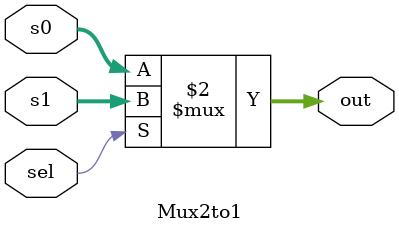
<source format=v>
module Mux2to1 #(
    parameter size = 32
) 
(
    input sel,
    input signed [size-1:0] s0,
    input signed [size-1:0] s1,
    output signed [size-1:0] out
);
    // TODO: implement your 2to1 multiplexer here

    assign out = (sel == 1) ? s1 : s0;
    
endmodule


</source>
